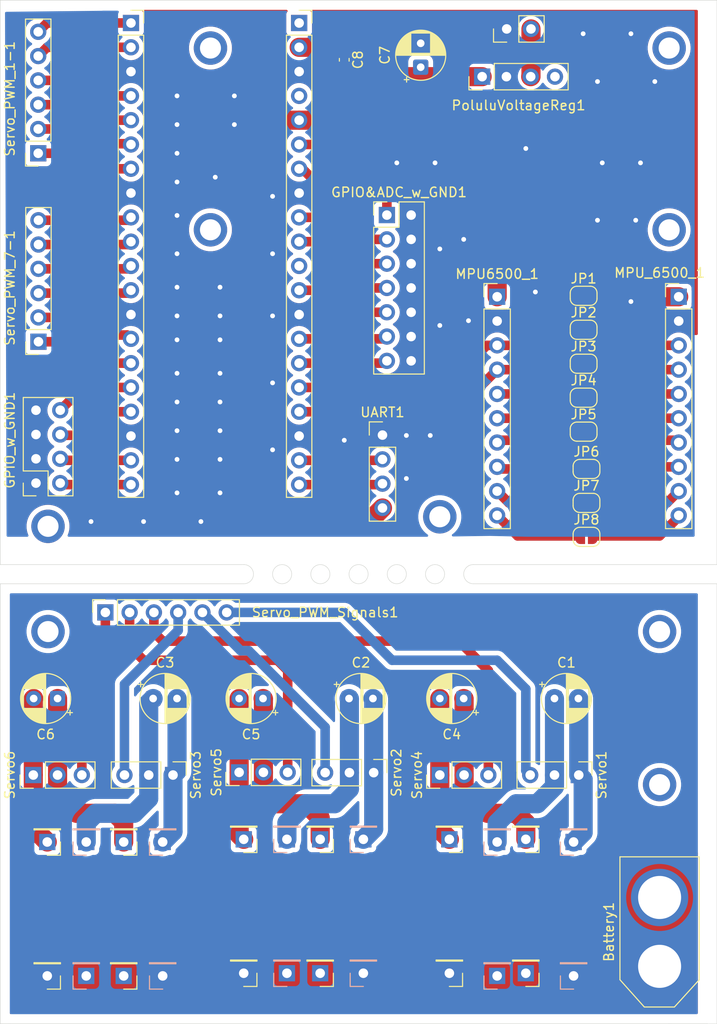
<source format=kicad_pcb>
(kicad_pcb (version 20241229) (generator "pcbnew") (generator_version "9.0")
  (layers (0 "F.Cu" signal) (2 "B.Cu" signal) (13 "F.Paste" user) (15 "B.Paste" user) (5 "F.SilkS" user "F.Silkscreen") (7 "B.SilkS" user "B.Silkscreen") (1 "F.Mask" user) (3 "B.Mask" user) (25 "Edge.Cuts" user))
  (net 0 "")
  (net 1 "IN+")
  (net 2 "GND")
  (net 3 "IN-")
  (net 4 "Net-(J2-Pin_2)")
  (net 8 "Net-(J1-Pin_15)")
  (net 9 "Net-(J1-Pin_4)")
  (net 10 "Net-(J1-Pin_10)")
  (net 11 "Net-(J1-Pin_9)")
  (net 12 "Net-(J1-Pin_14)")
  (net 13 "Net-(J1-Pin_2)")
  (net 14 "Net-(J1-Pin_1)")
  (net 15 "Net-(J1-Pin_12)")
  (net 16 "Net-(J1-Pin_7)")
  (net 17 "Net-(J1-Pin_5)")
  (net 18 "Net-(J1-Pin_6)")
  (net 19 "Net-(J1-Pin_11)")
  (net 20 "Net-(J2-Pin_19)")
  (net 21 "Net-(J2-Pin_20)")
  (net 22 "Net-(JP3-B)")
  (net 23 "Net-(JP4-B)")
  (net 24 "Net-(JP5-A)")
  (net 25 "Net-(JP5-B)")
  (net 26 "Net-(JP6-A)")
  (net 27 "Net-(JP6-B)")
  (net 28 "Net-(JP7-A)")
  (net 29 "Net-(JP7-B)")
  (net 30 "Net-(JP8-A)")
  (net 31 "+3V3")
  (net 32 "Net-(J2-Pin_16)")
  (net 33 "Net-(J2-Pin_17)")
  (net 34 "Net-(JP8-B)")
  (net 35 "Net-(JP1-B)")
  (net 36 "Net-(JP2-B)")
  (net 37 "Net-(JP3-A)")
  (net 38 "Net-(JP4-A)")
  (net 40 "Net-(PoluluVoltageReg1-Pin_3)")
  (net 41 "Net-(Servo1-Pin_1)")
  (net 42 "Net-(Servo1-Pin_2)")
  (net 43 "Net-(Servo1-Pin_3)")
  (net 44 "Net-(Servo2-Pin_3)")
  (net 45 "Net-(Servo3-Pin_3)")
  (net 46 "Net-(Servo4-Pin_3)")
  (net 47 "Net-(Servo5-Pin_3)")
  (net 48 "Net-(Servo6-Pin_3)")
  (net 49 "Net-(Servo2-Pin_2)")
  (net 50 "Net-(Servo3-Pin_2)")
  (net 51 "Net-(Servo4-Pin_2)")
  (net 52 "Net-(Servo5-Pin_2)")
  (net 53 "Net-(Servo6-Pin_2)")
  (net 54 "Net-(GPIO&ADC_w_GND1-Pin_3)")
  (net 55 "Net-(GPIO&ADC_w_GND1-Pin_1)")
  (net 56 "Net-(GPIO&ADC_w_GND1-Pin_5)")
  (net 57 "Net-(GPIO&ADC_w_GND1-Pin_7)")
  (net 58 "Net-(GPIO&ADC_w_GND1-Pin_11)")
  (net 59 "Net-(GPIO&ADC_w_GND1-Pin_9)")
  (net 60 "Net-(GPIO&ADC_w_GND1-Pin_13)")
  (net 61 "Net-(GPIO_w_GND1-Pin_2)")
  (net 62 "Net-(GPIO_w_GND1-Pin_6)")
  (net 63 "Net-(GPIO_w_GND1-Pin_8)")
  (net 64 "Net-(GPIO_w_GND1-Pin_4)")
  (footprint "Connector_PinHeader_2.54mm:PinHeader_1x01_P2.54mm_Vertical" (layer "F.Cu") (at 193.7 111.74 180)
    (property "Reference" "ServoPower5+1" (hide yes))
    (property "Value" "Conn_01x01" (hide yes))
  )
  (footprint "Connector_PinHeader_2.54mm:PinHeader_1x10_P2.54mm_Vertical" (layer "F.Cu") (at 212.22 55.02)
    (property "Reference" "MPU6500_1")
    (property "Value" "Conn_01x10" (hide yes))
  )
  (footprint "Connector_PinSocket_2.54mm:PinSocket_1x20_P2.54mm_Vertical" (layer "F.Cu") (at 191.5 26.4)
    (property "Reference" "J2" (hide yes))
    (property "Value" "~")
  )
  (footprint "Capacitor_THT:CP_Radial_D5.0mm_P2.50mm" (layer "F.Cu") (at 187.72 97.02 180)
    (property "Reference" "C5")
    (property "Value" "220uF")
  )
  (footprint "MountingHole:MountingHole_2.2mm_M2_ISO7380_Pad_TopBottom" (layer "F.Cu") (at 230.22 29.02)
    (property "Reference" "REF**" (hide yes))
    (property "Value" "MountingHole_2.2mm_M2_ISO7380_Pad_TopBottom" (hide yes))
  )
  (footprint "Connector_PinHeader_2.54mm:PinHeader_1x10_P2.54mm_Vertical" (layer "F.Cu") (at 231.22 55.02)
    (property "Reference" "MPU_6500_1")
    (property "Value" "Conn_01x10" (hide yes))
  )
  (footprint "MountingHole:MountingHole_2.2mm_M2_ISO7380_Pad_TopBottom" (layer "F.Cu") (at 182.22 29.02)
    (property "Reference" "REF**" (hide yes))
    (property "Value" "MountingHole_2.2mm_M2_ISO7380_Pad_TopBottom" (hide yes))
  )
  (footprint "Connector_PinHeader_2.54mm:PinHeader_1x01_P2.54mm_Vertical" (layer "F.Cu") (at 193.7 125.74 180)
    (property "Reference" "VReg5+1" (hide yes))
    (property "Value" "Conn_01x01" (hide yes))
  )
  (footprint "Capacitor_THT:CP_Radial_D5.0mm_P2.50mm" (layer "F.Cu") (at 204.22 31.02 90)
    (property "Reference" "C7")
    (property "Value" "220uF")
  )
  (footprint "Connector_PinSocket_2.54mm:PinSocket_2x04_P2.54mm_Vertical" (layer "F.Cu") (at 163.96 74.5 180)
    (property "Reference" "GPIO_w_GND1")
    (property "Value" "Conn_02x04_Odd_Even" (hide yes))
  )
  (footprint "Jumper:SolderJumper-2_P1.3mm_Open_RoundedPad1.0x1.5mm" (layer "F.Cu") (at 221.27 54.92)
    (property "Reference" "JP1")
    (property "Value" "SolderJumper_2_Open" (hide yes))
  )
  (footprint "Jumper:SolderJumper-2_P1.3mm_Open_RoundedPad1.0x1.5mm" (layer "F.Cu") (at 221.27 69.12)
    (property "Reference" "JP5")
    (property "Value" "SolderJumper_2_Open" (hide yes))
  )
  (footprint "Jumper:SolderJumper-2_P1.3mm_Open_RoundedPad1.0x1.5mm" (layer "F.Cu") (at 221.27 58.47)
    (property "Reference" "JP2")
    (property "Value" "SolderJumper_2_Open" (hide yes))
  )
  (footprint "Connector_PinHeader_2.54mm:PinHeader_1x03_P2.54mm_Vertical" (layer "F.Cu") (at 178.3 105.02 -90)
    (property "Reference" "Servo3")
    (property "Value" "Conn_01x03" (hide yes))
  )
  (footprint "MountingHole:MountingHole_2.2mm_M2_ISO7380_Pad_TopBottom" (layer "F.Cu") (at 182.22 48.02)
    (property "Reference" "REF**" (hide yes))
    (property "Value" "MountingHole_2.2mm_M2_ISO7380_Pad_TopBottom" (hide yes))
  )
  (footprint "Connector_PinSocket_2.54mm:PinSocket_1x06_P2.54mm_Vertical" (layer "F.Cu") (at 164.22 59.72 180)
    (property "Reference" "Servo_PWM_7-1")
    (property "Value" "Servo_Signals_7-12" (hide yes))
  )
  (footprint "Connector_PinHeader_2.54mm:PinHeader_1x03_P2.54mm_Vertical" (layer "F.Cu") (at 185.22 104.74 90)
    (property "Reference" "Servo5")
    (property "Value" "Conn_01x03" (hide yes))
  )
  (footprint "Connector_AMASS:AMASS_XT60-M_1x02_P7.20mm_Vertical" (layer "F.Cu") (at 229.22 125.02 90)
    (property "Reference" "Battery1")
    (property "Value" "Conn_01x02" (hide yes))
  )
  (footprint "Capacitor_THT:CP_Radial_D5.0mm_P2.50mm" (layer "F.Cu") (at 208.72 97.02 180)
    (property "Reference" "C4")
    (property "Value" "220uF")
  )
  (footprint "Capacitor_THT:CP_Radial_D5.0mm_P2.50mm" (layer "F.Cu") (at 166.22 97.02 180)
    (property "Reference" "C6")
    (property "Value" "220uF")
  )
  (footprint "Connector_PinSocket_2.54mm:PinSocket_1x06_P2.54mm_Vertical" (layer "F.Cu") (at 171.22 88.02 90)
    (property "Reference" "Servo_PWM_Signals1")
    (property "Value" "Conn_01x06" (hide yes))
  )
  (footprint "Connector_PinHeader_2.54mm:PinHeader_1x03_P2.54mm_Vertical" (layer "F.Cu") (at 163.68 105.02 90)
    (property "Reference" "Servo6")
    (property "Value" "Conn_01x03" (hide yes))
  )
  (footprint "Capacitor_THT:CP_Radial_D5.0mm_P2.50mm" (layer "F.Cu") (at 176.22 97.02)
    (property "Reference" "C3")
    (property "Value" "220uF")
  )
  (footprint "MountingHole:MountingHole_2.2mm_M2_ISO7380_Pad_TopBottom" (layer "F.Cu") (at 229.22 90.02 90)
    (property "Reference" "REF**" (hide yes))
    (property "Value" "MountingHole_2.2mm_M2_ISO7380_Pad_TopBottom" (hide yes))
  )
  (footprint "Connector_PinSocket_2.54mm:PinSocket_1x20_P2.54mm_Vertical" (layer "F.Cu") (at 173.9 26.4)
    (property "Reference" "J1" (hide yes))
    (property "Value" "~")
  )
  (footprint "Connector_PinHeader_2.54mm:PinHeader_1x01_P2.54mm_Vertical" (layer "F.Cu") (at 165.14 112.02 180)
    (property "Reference" "ServoPower6-1" (hide yes))
    (property "Value" "Conn_01x01" (hide yes))
  )
  (footprint "Capacitor_SMD:C_0603_1608Metric" (layer "F.Cu") (at 196.22 30.245 -90)
    (property "Reference" "C8")
    (property "Value" "10uF")
  )
  (footprint "Connector_PinHeader_2.54mm:PinHeader_1x03_P2.54mm_Vertical" (layer "F.Cu") (at 199.3 104.77 -90)
    (property "Reference" "Servo2")
    (property "Value" "Conn_01x03" (hide yes))
  )
  (footprint "Connector_PinHeader_2.54mm:PinHeader_1x04_P2.54mm_Vertical" (layer "F.Cu") (at 210.65 32.01 90)
    (property "Reference" "PoluluVoltageReg1")
    (property "Value" "Voltage Reg" (hide yes))
  )
  (footprint "Jumper:SolderJumper-2_P1.3mm_Open_RoundedPad1.0x1.5mm" (layer "F.Cu") (at 221.27 62.02)
    (property "Reference" "JP3")
    (property "Value" "SolderJumper_2_Open" (hide yes))
  )
  (footprint "Capacitor_THT:CP_Radial_D5.0mm_P2.50mm" (layer "F.Cu") (at 196.72 97.02)
    (property "Reference" "C2")
    (property "Value" "220uF")
  )
  (footprint "Jumper:SolderJumper-2_P1.3mm_Open_RoundedPad1.0x1.5mm" (layer "F.Cu") (at 221.57 80.12)
    (property "Reference" "JP8")
    (property "Value" "SolderJumper_2_Open" (hide yes))
  )
  (footprint "Jumper:SolderJumper-2_P1.3mm_Open_RoundedPad1.0x1.5mm" (layer "F.Cu") (at 221.57 76.57)
    (property "Reference" "JP7")
    (property "Value" "SolderJumper_2_Open" (hide yes))
  )
  (footprint "MountingHole:MountingHole_2.2mm_M2_ISO7380_Pad_TopBottom" (layer "F.Cu") (at 165.22 90.02 90)
    (property "Reference" "REF**" (hide yes))
    (property "Value" "MountingHole_2.2mm_M2_ISO7380_Pad_TopBottom" (hide yes))
  )
  (footprint "Connector_PinSocket_2.54mm:PinSocket_1x06_P2.54mm_Vertical" (layer "F.Cu") (at 164.195 40.02 180)
    (property "Reference" "Servo_PWM_1-1")
    (property "Value" "Conn_01x06" (hide yes))
  )
  (footprint "MountingHole:MountingHole_2.2mm_M2_ISO7380_Pad_TopBottom" (layer "F.Cu") (at 206.22 78.02)
    (property "Reference" "REF**" (hide yes))
    (property "Value" "MountingHole_2.2mm_M2_ISO7380_Pad_TopBottom" (hide yes))
  )
  (footprint "Connector_PinHeader_2.54mm:PinHeader_1x03_P2.54mm_Vertical" (layer "F.Cu") (at 206.22 105.02 90)
    (property "Reference" "Servo4")
    (property "Value" "Conn_01x03" (hide yes))
  )
  (footprint "Jumper:SolderJumper-2_P1.3mm_Open_RoundedPad1.0x1.5mm" (layer "F.Cu") (at 221.57 73.02)
    (property "Reference" "JP6")
    (property "Value" "SolderJumper_2_Open" (hide yes))
  )
  (footprint "MountingHole:MountingHole_2.2mm_M2_ISO7380_Pad_TopBottom" (layer "F.Cu") (at 230.22 48.02)
    (property "Reference" "REF**" (hide yes))
    (property "Value" "MountingHole_2.2mm_M2_ISO7380_Pad_TopBottom" (hide yes))
  )
  (footprint "Connector_PinHeader_2.54mm:PinHeader_2x07_P2.54mm_Vertical" (layer "F.Cu") (at 200.68 46.48)
    (property "Reference" "GPIO&ADC_w_GND1")
    (property "Value" "Conn_02x07_Odd_Even" (hide yes))
  )
  (footprint "Connector_PinHeader_2.54mm:PinHeader_1x03_P2.54mm_Vertical" (layer "F.Cu") (at 220.76 105.02 -90)
    (property "Reference" "Servo1")
    (property "Value" "Conn_01x03" (hide yes))
  )
  (footprint "Connector_PinHeader_2.54mm:PinHeader_1x02_P2.54mm_Vertical" (layer "F.Cu") (at 213.22 27.02 90)
    (property "Reference" "Raspberry_Power1" (hide yes))
    (property "Value" "Conn_01x02" (hide yes))
  )
  (footprint "Connector_PinHeader_2.54mm:PinHeader_1x01_P2.54mm_Vertical" (layer "F.Cu") (at 185.7 111.74 180)
    (property "Reference" "ServoPower5-1" (hide yes))
    (property "Value" "Conn_01x01" (hide yes))
  )
  (footprint "Connector_PinHeader_2.54mm:PinHeader_1x01_P2.54mm_Vertical" (layer "F.Cu") (at 215.22 111.74 180)
    (property "Reference" "ServoPower4+1" (hide yes))
    (property "Value" "Conn_01x01" (hide yes))
  )
  (footprint "Connector_PinHeader_2.54mm:PinHeader_1x01_P2.54mm_Vertical" (layer "F.Cu") (at 185.7 125.74 180)
    (property "Reference" "VReg5-1" (hide yes))
    (property "Value" "Conn_01x01" (hide yes))
  )
  (footprint "Connector_PinHeader_2.54mm:PinHeader_1x01_P2.54mm_Vertical" (layer "F.Cu") (at 165.14 126.02 180)
    (property "Reference" "VReg6-1" (hide yes))
    (property "Value" "Conn_01x01" (hide yes))
  )
  (footprint "Capacitor_THT:CP_Radial_D5.0mm_P2.50mm" (layer "F.Cu") (at 218.22 97.02)
    (property "Reference" "C1")
    (property "Value" "220uF")
  )
  (footprint "Connector_PinHeader_2.54mm:PinHeader_1x01_P2.54mm_Vertical" (layer "F.Cu") (at 173.14 126.02 180)
    (property "Reference" "VReg6+1" (hide yes))
    (property "Value" "Conn_01x01" (hide yes))
  )
  (footprint "Connector_PinHeader_2.54mm:PinHeader_1x01_P2.54mm_Vertical" (layer "F.Cu") (at 207.22 111.74 180)
    (property "Reference" "ServoPower4-1" (hide yes))
    (property "Value" "Conn_01x01" (hide yes))
  )
  (footprint "Connector_PinHeader_2.54mm:PinHeader_1x01_P2.54mm_Vertical" (layer "F.Cu") (at 207.22 125.74 180)
    (property "Reference" "VReg4-1" (hide yes))
    (property "Value" "Conn_01x01" (hide yes))
  )
  (footprint "MountingHole:MountingHole_2.2mm_M2_ISO7380_Pad_TopBottom" (layer "F.Cu") (at 229.22 106.02 90)
    (property "Reference" "REF**" (hide yes))
    (property "Value" "MountingHole_2.2mm_M2_ISO7380_Pad_TopBottom" (hide yes))
  )
  (footprint "Jumper:SolderJumper-2_P1.3mm_Open_RoundedPad1.0x1.5mm" (layer "F.Cu") (at 221.27 65.57)
    (property "Reference" "JP4")
    (property "Value" "SolderJumper_2_Open" (hide yes))
  )
  (footprint "Connector_PinHeader_2.54mm:PinHeader_1x01_P2.54mm_Vertical" (layer "F.Cu") (at 215.22 125.74 180)
    (property "Reference" "VReg4+1" (hide yes))
    (property "Value" "Conn_01x01" (hide yes))
  )
  (footprint "MountingHole:MountingHole_2.2mm_M2_ISO7380_Pad_TopBottom" (layer "F.Cu") (at 165.22 79.02)
    (property "Reference" "REF**" (hide yes))
    (property "Value" "MountingHole_2.2mm_M2_ISO7380_Pad_TopBottom" (hide yes))
  )
  (footprint "Connector_PinHeader_2.54mm:PinHeader_1x04_P2.54mm_Vertical" (layer "F.Cu") (at 200.22 69.48)
    (property "Reference" "UART1")
    (property "Value" "Conn_01x04" (hide yes))
  )
  (footprint "Connector_PinHeader_2.54mm:PinHeader_1x01_P2.54mm_Vertical" (layer "F.Cu") (at 173.14 112.02 180)
    (property "Reference" "ServoPower6+1" (hide yes))
    (property "Value" "Conn_01x01" (hide yes))
  )
  (footprint "Connector_PinHeader_2.54mm:PinHeader_1x01_P2.54mm_Vertical" (layer "B.Cu") (at 190.22 111.74)
    (property "Reference" "ServoPower2+1" (hide yes))
    (property "Value" "Conn_01x01" (hide yes))
  )
  (footprint "Connector_PinHeader_2.54mm:PinHeader_1x01_P2.54mm_Vertical" (layer "B.Cu") (at 190.22 125.74)
    (property "Reference" "VReg2+1" (hide yes))
    (property "Value" "Conn_01x01" (hide yes))
  )
  (footprint "Connector_PinHeader_2.54mm:PinHeader_1x01_P2.54mm_Vertical" (layer "B.Cu") (at 169.22 126.02)
    (property "Reference" "VReg3+1" (hide yes))
    (property "Value" "Conn_01x01" (hide yes))
  )
  (footprint "Connector_PinHeader_2.54mm:PinHeader_1x01_P2.54mm_Vertical" (layer "B.Cu") (at 212.22 112.02)
    (property "Reference" "ServoPower1+1" (hide yes))
    (property "Value" "Conn_01x01" (hide yes))
  )
  (footprint "Connector_PinHeader_2.54mm:PinHeader_1x01_P2.54mm_Vertical" (layer "B.Cu") (at 177.22 126.02)
    (property "Reference" "VReg3-1" (hide yes))
    (property "Value" "Conn_01x01" (hide yes))
  )
  (footprint "Connector_PinHeader_2.54mm:PinHeader_1x01_P2.54mm_Vertical" (layer "B.Cu") (at 212.22 126.02)
    (property "Reference" "VReg1+1" (hide yes))
    (property "Value" "Conn_01x01" (hide yes))
  )
  (footprint "Connector_PinHeader_2.54mm:PinHeader_1x01_P2.54mm_Vertical" (layer "B.Cu") (at 198.22 125.74)
    (property "Reference" "VReg2-1" (hide yes))
    (property "Value" "Conn_01x01" (hide yes))
  )
  (footprint "Connector_PinHeader_2.54mm:PinHeader_1x01_P2.54mm_Vertical" (layer "B.Cu") (at 220.22 112.02)
    (property "Reference" "ServoPower1-1" (hide yes))
    (property "Value" "Conn_01x01" (hide yes))
  )
  (footprint "Connector_PinHeader_2.54mm:PinHeader_1x01_P2.54mm_Vertical" (layer "B.Cu") (at 169.22 112.02)
    (property "Reference" "ServoPower3+1" (hide yes))
    (property "Value" "Conn_01x01" (hide yes))
  )
  (footprint "Connector_PinHeader_2.54mm:PinHeader_1x01_P2.54mm_Vertical" (layer "B.Cu") (at 220.22 126.02)
    (property "Reference" "VReg1-1" (hide yes))
    (property "Value" "Conn_01x01" (hide yes))
  )
  (footprint "Connector_PinHeader_2.54mm:PinHeader_1x01_P2.54mm_Vertical" (layer "B.Cu") (at 198.22 111.74)
    (property "Reference" "ServoPower2-1" (hide yes))
    (property "Value" "Conn_01x01" (hide yes))
  )
  (footprint "Connector_PinHeader_2.54mm:PinHeader_1x01_P2.54mm_Vertical" (layer "B.Cu") (at 177.22 112.02)
    (property "Reference" "ServoPower3-1" (hide yes))
    (property "Value" "Conn_01x01" (hide yes))
  )
  (gr_line (start 235.22 83.02) (end 235.22 43.02) (stroke (width 0.05)) (layer "Edge.Cuts"))
  (gr_line (start 209.72 85.02) (end 234.22 85.02) (stroke (width 0.05)) (layer "Edge.Cuts"))
  (gr_line (start 235.22 83.02) (end 209.72 83.02) (stroke (width 0.05)) (layer "Edge.Cuts"))
  (gr_line (start 234.22 85.02) (end 235.22 85.02) (stroke (width 0.05)) (layer "Edge.Cuts"))
  (gr_circle (center 197.72 84.02) (end 198.72 84.02) (stroke (width 0.05)) (fill no) (layer "Edge.Cuts"))
  (gr_circle (center 189.72 84.02) (end 189.72 83.02) (stroke (width 0.05)) (fill no) (layer "Edge.Cuts"))
  (gr_line (start 235.22 85.02) (end 235.22 131.02) (stroke (width 0.05)) (layer "Edge.Cuts"))
  (gr_line (start 235.22 24.02) (end 160.22 24.02) (stroke (width 0.05)) (layer "Edge.Cuts"))
  (gr_line (start 172.22 85.02) (end 185.72 85.02) (stroke (width 0.05)) (layer "Edge.Cuts"))
  (gr_circle (center 193.72 84.02) (end 193.72 83.02) (stroke (width 0.05)) (fill no) (layer "Edge.Cuts"))
  (gr_line (start 234.22 131.02) (end 230.22 131.02) (stroke (width 0.05)) (layer "Edge.Cuts"))
  (gr_line (start 160.22 94.02) (end 160.22 85.02) (stroke (width 0.05)) (layer "Edge.Cuts"))
  (gr_circle (center 205.72 84.02) (end 206.72 84.02) (stroke (width 0.05)) (fill no) (layer "Edge.Cuts"))
  (gr_line (start 160.22 24.02) (end 160.22 80.02) (stroke (width 0.05)) (layer "Edge.Cuts"))
  (gr_line (start 161.22 131.02) (end 160.22 131.02) (stroke (width 0.05)) (layer "Edge.Cuts"))
  (gr_line (start 160.22 80.02) (end 160.22 83.02) (stroke (width 0.05)) (layer "Edge.Cuts"))
  (gr_line (start 230.22 131.02) (end 161.22 131.02) (stroke (width 0.05)) (layer "Edge.Cuts"))
  (gr_arc (start 209.72 85.02) (mid 208.72 84.02) (end 209.72 83.02) (stroke (width 0.05)) (layer "Edge.Cuts"))
  (gr_line (start 160.22 83.02) (end 185.72 83.02) (stroke (width 0.05)) (layer "Edge.Cuts"))
  (gr_line (start 235.22 131.02) (end 234.22 131.02) (stroke (width 0.05)) (layer "Edge.Cuts"))
  (gr_line (start 235.22 43.02) (end 235.22 24.02) (stroke (width 0.05)) (layer "Edge.Cuts"))
  (gr_circle (center 201.72 84.02) (end 202.72 84.02) (stroke (width 0.05)) (fill no) (layer "Edge.Cuts"))
  (gr_line (start 160.22 85.02) (end 172.22 85.02) (stroke (width 0.05)) (layer "Edge.Cuts"))
  (gr_arc (start 185.72 83.02) (mid 186.72 84.02) (end 185.72 85.02) (stroke (width 0.05)) (layer "Edge.Cuts"))
  (gr_line (start 160.22 131.02) (end 160.22 94.02) (stroke (width 0.05)) (layer "Edge.Cuts"))
  (segment (start 213.22 27.02) (end 213.22 31.98) (width 2) (layer "F.Cu") (net 2))
  (segment (start 213.22 31.98) (end 213.19 32.01) (width 2) (layer "F.Cu") (net 2))
  (via (at 202.72 69.52) (size 1) (drill 0.5) (layers "F.Cu" "B.Cu") (net 2))
  (via (at 169.72 78.52) (size 1) (drill 0.5) (layers "F.Cu" "B.Cu") (net 2))
  (via (at 227.22 41.02) (size 1) (drill 0.5) (layers "F.Cu" "B.Cu") (net 2))
  (via (at 208.72 49.02) (size 1) (drill 0.5) (layers "F.Cu" "B.Cu") (net 2))
  (via (at 183.22 57.02) (size 1) (drill 0.5) (layers "F.Cu" "B.Cu") (net 2))
  (via (at 188.72 64.02) (size 1) (drill 0.5) (layers "F.Cu" "B.Cu") (net 2))
  (via (at 178.72 34.02) (size 1) (drill 0.5) (layers "F.Cu" "B.Cu") (net 2))
  (via (at 223.22 41.02) (size 1) (drill 0.5) (layers "F.Cu" "B.Cu") (net 2))
  (via (at 178.72 59.52) (size 1) (drill 0.5) (layers "F.Cu" "B.Cu") (net 2))
  (via (at 183.22 72.02) (size 1) (drill 0.5) (layers "F.Cu" "B.Cu") (net 2))
  (via (at 188.72 71.02) (size 1) (drill 0.5) (layers "F.Cu" "B.Cu") (net 2))
  (via (at 178.72 63.02) (size 1) (drill 0.5) (layers "F.Cu" "B.Cu") (net 2))
  (via (at 188.72 50.52) (size 1) (drill 0.5) (layers "F.Cu" "B.Cu") (net 2))
  (via (at 226.22 55.52) (size 1) (drill 0.5) (layers "F.Cu" "B.Cu") (net 2))
  (via (at 206.22 50.02) (size 1) (drill 0.5) (layers "F.Cu" "B.Cu") (net 2))
  (via (at 184.72 34.02) (size 1) (drill 0.5) (layers "F.Cu" "B.Cu") (net 2))
  (via (at 181.22 78.52) (size 1) (drill 0.5) (layers "F.Cu" "B.Cu") (net 2))
  (via (at 202.72 74.02) (size 1) (drill 0.5) (layers "F.Cu" "B.Cu") (net 2))
  (via (at 201.72 41.02) (size 1) (drill 0.5) (layers "F.Cu" "B.Cu") (net 2))
  (via (at 178.72 69.02) (size 1) (drill 0.5) (layers "F.Cu" "B.Cu") (net 2))
  (via (at 221.22 27.52) (size 1) (drill 0.5) (layers "F.Cu" "B.Cu") (net 2))
  (via (at 178.72 40.02) (size 1) (drill 0.5) (layers "F.Cu" "B.Cu") (net 2))
  (via (at 196.22 70.02) (size 1) (drill 0.5) (layers "F.Cu" "B.Cu") (net 2))
  (via (at 184.72 37.02) (size 1) (drill 0.5) (layers "F.Cu" "B.Cu") (net 2))
  (via (at 183.22 54.02) (size 1) (drill 0.5) (layers "F.Cu" "B.Cu") (net 2))
  (via (at 178.72 57.02) (size 1) (drill 0.5) (layers "F.Cu" "B.Cu") (net 2))
  (via (at 216.22 54.52) (size 1) (drill 0.5) (layers "F.Cu" "B.Cu") (net 2))
  (via (at 205.22 69.52) (size 1) (drill 0.5) (layers "F.Cu" "B.Cu") (net 2))
  (via (at 209.22 57.52) (size 1) (drill 0.5) (layers "F.Cu" "B.Cu") (net 2))
  (via (at 228.72 32.52) (size 1) (drill 0.5) (layers "F.Cu" "B.Cu") (net 2))
  (via (at 188.72 57.02) (size 1) (drill 0.5) (layers "F.Cu" "B.Cu") (net 2))
  (via (at 206.22 58.02) (size 1) (drill 0.5) (layers "F.Cu" "B.Cu") (net 2))
  (via (at 183.22 66.02) (size 1) (drill 0.5) (layers "F.Cu" "B.Cu") (net 2))
  (via (at 178.72 66.02) (size 1) (drill 0.5) (layers "F.Cu" "B.Cu") (net 2))
  (via (at 182.72 42.52) (size 1) (drill 0.5) (layers "F.Cu" "B.Cu") (net 2))
  (via (at 183.22 69.02) (size 1) (drill 0.5) (layers "F.Cu" "B.Cu") (net 2))
  (via (at 222.72 47.02) (size 1) (drill 0.5) (layers "F.Cu" "B.Cu") (net 2))
  (via (at 178.72 46.52) (size 1) (drill 0.5) (layers "F.Cu" "B.Cu") (net 2))
  (via (at 188.72 44.52) (size 1) (drill 0.5) (layers "F.Cu" "B.Cu") (net 2))
  (via (at 205.72 41.02) (size 1) (drill 0.5) (layers "F.Cu" "B.Cu") (net 2))
  (via (at 226.72 47.02) (size 1) (drill 0.5) (layers "F.Cu" "B.Cu") (net 2))
  (via (at 178.72 50.52) (size 1) (drill 0.5) (layers "F.Cu" "B.Cu") (net 2))
  (via (at 183.22 63.02) (size 1) (drill 0.5) (layers "F.Cu" "B.Cu") (net 2))
  (via (at 183.22 75.52) (size 1) (drill 0.5) (layers "F.Cu" "B.Cu") (net 2))
  (via (at 178.72 37.02) (size 1) (drill 0.5) (layers "F.Cu" "B.Cu") (net 2))
  (via (at 178.72 72.02) (size 1) (drill 0.5) (layers "F.Cu" "B.Cu") (net 2))
  (via (at 226.22 27.52) (size 1) (drill 0.5) (layers "F.Cu" "B.Cu") (net 2))
  (via (at 222.72 32.52) (size 1) (drill 0.5) (layers "F.Cu" "B.Cu") (net 2))
  (via (at 178.72 43.02) (size 1) (drill 0.5) (layers "F.Cu" "B.Cu") (net 2))
  (via (at 178.72 75.52) (size 1) (drill 0.5) (layers "F.Cu" "B.Cu") (net 2))
  (via (at 183.22 59.52) (size 1) (drill 0.5) (layers "F.Cu" "B.Cu") (net 2))
  (via (at 215.22 39.52) (size 1) (drill 0.5) (layers "F.Cu" "B.Cu") (net 2))
  (via (at 175.22 78.52) (size 1) (drill 0.5) (layers "F.Cu" "B.Cu") (net 2))
  (via (at 178.72 54.02) (size 1) (drill 0.5) (layers "F.Cu" "B.Cu") (net 2))
  (segment (start 197.14 28.94) (end 200.21 32.01) (width 2) (layer "F.Cu") (net 4))
  (segment (start 200.21 32.01) (end 210.65 32.01) (width 2) (layer "F.Cu") (net 4))
  (segment (start 191.5 28.94) (end 197.14 28.94) (width 2) (layer "F.Cu") (net 4))
  (segment (start 164.22 59.72) (end 168.92 59.72) (width 1) (layer "F.Cu") (net 8))
  (segment (start 168.92 59.72) (end 171.16 61.96) (width 1) (layer "F.Cu") (net 8))
  (segment (start 171.16 61.96) (end 173.9 61.96) (width 1) (layer "F.Cu") (net 8))
  (segment (start 164.195 32.4) (end 168.6 32.4) (width 1) (layer "F.Cu") (net 9))
  (segment (start 168.6 32.4) (end 170.22 34.02) (width 1) (layer "F.Cu") (net 9))
  (segment (start 170.22 34.02) (end 173.9 34.02) (width 1) (layer "F.Cu") (net 9))
  (segment (start 164.22 49.56) (end 173.6 49.56) (width 1) (layer "F.Cu") (net 10))
  (segment (start 173.6 49.56) (end 173.9 49.26) (width 1) (layer "F.Cu") (net 10))
  (segment (start 164.22 47.02) (end 173.6 47.02) (width 1) (layer "F.Cu") (net 11))
  (segment (start 173.6 47.02) (end 173.9 46.72) (width 1) (layer "F.Cu") (net 11))
  (segment (start 171.22 59.02) (end 173.5 59.02) (width 1) (layer "F.Cu") (net 12))
  (segment (start 169.38 57.18) (end 171.22 59.02) (width 1) (layer "F.Cu") (net 12))
  (segment (start 164.22 57.18) (end 169.38 57.18) (width 1) (layer "F.Cu") (net 12))
  (segment (start 173.5 59.02) (end 173.9 59.42) (width 1) (layer "F.Cu") (net 12))
  (segment (start 164.195 29.86) (end 165.115 28.94) (width 1) (layer "F.Cu") (net 13))
  (segment (start 165.115 28.94) (end 173.9 28.94) (width 1) (layer "F.Cu") (net 13))
  (segment (start 164.195 27.32) (end 165.115 26.4) (width 1) (layer "F.Cu") (net 14))
  (segment (start 165.115 26.4) (end 173.9 26.4) (width 1) (layer "F.Cu") (net 14))
  (segment (start 164.22 54.64) (end 173.6 54.64) (width 1) (layer "F.Cu") (net 15))
  (segment (start 173.6 54.64) (end 173.9 54.34) (width 1) (layer "F.Cu") (net 15))
  (segment (start 168.84 41.64) (end 173.9 41.64) (width 1) (layer "F.Cu") (net 16))
  (segment (start 164.195 40.02) (end 167.22 40.02) (width 1) (layer "F.Cu") (net 16))
  (segment (start 167.22 40.02) (end 168.84 41.64) (width 1) (layer "F.Cu") (net 16))
  (segment (start 169.76 36.56) (end 173.9 36.56) (width 1) (layer "F.Cu") (net 17))
  (segment (start 164.195 34.94) (end 168.14 34.94) (width 1) (layer "F.Cu") (net 17))
  (segment (start 168.14 34.94) (end 169.76 36.56) (width 1) (layer "F.Cu") (net 17))
  (segment (start 164.195 37.48) (end 167.68 37.48) (width 1) (layer "F.Cu") (net 18))
  (segment (start 167.68 37.48) (end 169.22 39.02) (width 1) (layer "F.Cu") (net 18))
  (segment (start 173.82 39.02) (end 173.9 39.1) (width 1) (layer "F.Cu") (net 18))
  (segment (start 169.22 39.02) (end 173.82 39.02) (width 1) (layer "F.Cu") (net 18))
  (segment (start 164.22 52.1) (end 173.6 52.1) (width 1) (layer "F.Cu") (net 19))
  (segment (start 173.6 52.1) (end 173.9 51.8) (width 1) (layer "F.Cu") (net 19))
  (segment (start 191.5 72.12) (end 200.12 72.12) (width 1) (layer "F.Cu") (net 20))
  (segment (start 200.12 72.12) (end 200.22 72.02) (width 1) (layer "F.Cu") (net 20))
  (segment (start 200.12 74.66) (end 200.22 74.56) (width 1) (layer "F.Cu") (net 21))
  (segment (start 191.5 74.66) (end 200.12 74.66) (width 1) (layer "F.Cu") (net 21))
  (segment (start 221.92 62.02) (end 225.08 65.18) (width 1) (layer "F.Cu") (net 22))
  (segment (start 225.08 65.18) (end 231.22 65.18) (width 1) (layer "F.Cu") (net 22))
  (segment (start 224.07 67.72) (end 231.22 67.72) (width 1) (layer "F.Cu") (net 23))
  (segment (start 221.92 65.57) (end 224.07 67.72) (width 1) (layer "F.Cu") (net 23))
  (segment (start 220.62 69.12) (end 219.72 70.02) (width 1) (layer "F.Cu") (net 24))
  (segment (start 219.72 70.02) (end 212.46 70.02) (width 1) (layer "F.Cu") (net 24))
  (segment (start 212.46 70.02) (end 212.22 70.26) (width 1) (layer "F.Cu") (net 24))
  (segment (start 230.98 70.02) (end 231.22 70.26) (width 1) (layer "F.Cu") (net 25))
  (segment (start 221.92 69.12) (end 222.82 70.02) (width 1) (layer "F.Cu") (net 25))
  (segment (start 222.82 70.02) (end 230.98 70.02) (width 1) (layer "F.Cu") (net 25))
  (segment (start 212.44 73.02) (end 212.22 72.8) (width 1) (layer "F.Cu") (net 26))
  (segment (start 220.92 73.02) (end 212.44 73.02) (width 1) (layer "F.Cu") (net 26))
  (segment (start 222.44 72.8) (end 222.22 73.02) (width 1) (layer "F.Cu") (net 27))
  (segment (start 231.22 72.8) (end 222.44 72.8) (width 1) (layer "F.Cu") (net 27))
  (segment (start 220.92 76.57) (end 213.45 76.57) (width 1) (layer "F.Cu") (net 28))
  (segment (start 213.45 76.57) (end 212.22 75.34) (width 1) (layer "F.Cu") (net 28))
  (segment (start 229.99 76.57) (end 231.22 75.34) (width 1) (layer "F.Cu") (net 29))
  (segment (start 222.22 76.57) (end 229.99 76.57) (width 1) (layer "F.Cu") (net 29))
  (segment (start 214.36 80.02) (end 220.82 80.02) (width 1) (layer "F.Cu") (net 30))
  (segment (start 220.82 80.02) (end 220.92 80.12) (width 1) (layer "F.Cu") (net 30))
  (segment (start 212.22 77.88) (end 214.36 80.02) (width 1) (layer "F.Cu") (net 30))
  (segment (start 219.22 50.02) (end 224.22 50.02) (width 2) (layer "F.Cu") (net 31))
  (segment (start 212.22 43.02) (end 219.22 50.02) (width 2) (layer "F.Cu") (net 31))
  (segment (start 212.22 43.02) (end 212.22 55.02) (width 2) (layer "F.Cu") (net 31))
  (segment (start 191.5 36.56) (end 205.76 36.56) (width 2) (layer "F.Cu") (net 31))
  (segment (start 229.22 55.02) (end 231.22 55.02) (width 2) (layer "F.Cu") (net 31))
  (segment (start 188.22 79.02) (end 198.3 79.02) (width 2) (layer "F.Cu") (net 31))
  (segment (start 186.22 77.02) (end 188.22 79.02) (width 2) (layer "F.Cu") (net 31))
  (segment (start 186.22 40.02) (end 186.22 77.02) (width 2) (layer "F.Cu") (net 31))
  (segment (start 205.76 36.56) (end 212.22 43.02) (width 2) (layer "F.Cu") (net 31))
  (segment (start 189.68 36.56) (end 186.22 40.02) (width 2) (layer "F.Cu") (net 31))
  (segment (start 224.22 50.02) (end 229.22 55.02) (width 2) (layer "F.Cu") (net 31))
  (segment (start 191.5 36.56) (end 189.68 36.56) (width 2) (layer "F.Cu") (net 31))
  (segment (start 198.3 79.02) (end 200.22 77.1) (width 2) (layer "F.Cu") (net 31))
  (segment (start 211.14 60.1) (end 212.22 60.1) (width 1) (layer "F.Cu") (net 32))
  (segment (start 220.62 54.92) (end 215.44 60.1) (width 1) (layer "F.Cu") (net 32))
  (segment (start 191.5 64.5) (end 206.74 64.5) (width 1) (layer "F.Cu") (net 32))
  (segment (start 215.44 60.1) (end 212.22 60.1) (width 1) (layer "F.Cu") (net 32))
  (segment (start 206.74 64.5) (end 211.14 60.1) (width 1) (layer "F.Cu") (net 32))
  (segment (start 207.84 67.02) (end 198.22 67.02) (width 1) (layer "F.Cu") (net 33))
  (segment (start 198.2 67.04) (end 191.5 67.04) (width 1) (layer "F.Cu") (net 33))
  (segment (start 212.22 62.64) (end 216.45 62.64) (width 1) (layer "F.Cu") (net 33))
  (segment (start 216.45 62.64) (end 220.62 58.47) (width 1) (layer "F.Cu") (net 33))
  (segment (start 212.22 62.64) (end 207.84 67.02) (width 1) (layer "F.Cu") (net 33))
  (segment (start 198.22 67.02) (end 198.2 67.04) (width 1) (layer "F.Cu") (net 33))
  (segment (start 229.22 80.02) (end 231.22 78.02) (width 1) (layer "F.Cu") (net 34))
  (segment (start 231.22 78.02) (end 231.22 77.88) (width 1) (layer "F.Cu") (net 34))
  (segment (start 222.22 80.12) (end 222.32 80.02) (width 1) (layer "F.Cu") (net 34))
  (segment (start 222.32 80.02) (end 229.22 80.02) (width 1) (layer "F.Cu") (net 34))
  (segment (start 227.1 60.1) (end 221.92 54.92) (width 1) (layer "F.Cu") (net 35))
  (segment (start 231.22 60.1) (end 227.1 60.1) (width 1) (layer "F.Cu") (net 35))
  (segment (start 221.92 58.47) (end 226.09 62.64) (width 1) (layer "F.Cu") (net 36))
  (segment (start 226.09 62.64) (end 231.22 62.64) (width 1) (layer "F.Cu") (net 36))
  (segment (start 220.62 62.02) (end 217.62 65.02) (width 1) (layer "F.Cu") (net 37))
  (segment (start 214.06 65.18) (end 212.22 65.18) (width 1) (layer "F.Cu") (net 37))
  (segment (start 217.62 65.02) (end 214.22 65.02) (width 1) (layer "F.Cu") (net 37))
  (segment (start 214.22 65.02) (end 214.06 65.18) (width 1) (layer "F.Cu") (net 37))
  (segment (start 212.22 67.72) (end 218.47 67.72) (width 1) (layer "F.Cu") (net 38))
  (segment (start 218.47 67.72) (end 220.62 65.57) (width 1) (layer "F.Cu") (net 38))
  (segment (start 215.76 27.02) (end 215.76 31.98) (width 2) (layer "F.Cu") (net 40))
  (segment (start 215.76 31.98) (end 215.73 32.01) (width 2) (layer "F.Cu") (net 40))
  (segment (start 163.68 97.06) (end 163.72 97.02) (width 2) (layer "F.Cu") (net 41))
  (segment (start 185.22 104.74) (end 185.22 111.26) (width 2) (layer "F.Cu") (net 41))
  (segment (start 163.68 110.56) (end 163.68 105.02) (width 2) (layer "F.Cu") (net 41))
  (segment (start 185.22 104.74) (end 185.22 97.02) (width 2) (layer "F.Cu") (net 41))
  (segment (start 165.14 112.02) (end 163.68 110.56) (width 2) (layer "F.Cu") (net 41))
  (segment (start 206.22 110.74) (end 206.22 105.02) (width 2) (layer "F.Cu") (net 41))
  (segment (start 207.22 111.74) (end 206.22 110.74) (width 2) (layer "F.Cu") (net 41))
  (segment (start 163.68 105.02) (end 163.68 97.06) (width 2) (layer "F.Cu") (net 41))
  (segment (start 185.22 111.26) (end 185.7 111.74) (width 2) (layer "F.Cu") (net 41))
  (segment (start 206.22 105.02) (end 206.22 97.02) (width 2) (layer "F.Cu") (net 41))
  (segment (start 178.3 105.02) (end 178.72 104.6) (width 2) (layer "B.Cu") (net 41))
  (segment (start 178.72 104.6) (end 178.72 97.02) (width 2) (layer "B.Cu") (net 41))
  (segment (start 220.76 105.02) (end 220.76 97.06) (width 2) (layer "B.Cu") (net 41))
  (segment (start 178.3 110.94) (end 178.3 105.02) (width 2) (layer "B.Cu") (net 41))
  (segment (start 220.76 97.06) (end 220.72 97.02) (width 2) (layer "B.Cu") (net 41))
  (segment (start 220.22 112.02) (end 221.22 111.02) (width 2) (layer "B.Cu") (net 41))
  (segment (start 221.22 111.02) (end 221.22 105.48) (width 2) (layer "B.Cu") (net 41))
  (segment (start 199.3 97.1) (end 199.22 97.02) (width 2) (layer "B.Cu") (net 41))
  (segment (start 221.22 105.48) (end 220.76 105.02) (width 2) (layer "B.Cu") (net 41))
  (segment (start 199.3 110.66) (end 199.3 104.77) (width 2) (layer "B.Cu") (net 41))
  (segment (start 199.3 104.77) (end 199.3 97.1) (width 2) (layer "B.Cu") (net 41))
  (segment (start 177.22 112.02) (end 178.3 110.94) (width 2) (layer "B.Cu") (net 41))
  (segment (start 198.22 111.74) (end 199.3 110.66) (width 2) (layer "B.Cu") (net 41))
  (segment (start 212.22 112.02) (end 212.22 110.02) (width 2) (layer "B.Cu") (net 42))
  (segment (start 218.22 106.222081) (end 218.22 105.02) (width 2) (layer "B.Cu") (net 42))
  (segment (start 214.22 108.02) (end 216.422081 108.02) (width 2) (layer "B.Cu") (net 42))
  (segment (start 212.22 110.02) (end 214.22 108.02) (width 2) (layer "B.Cu") (net 42))
  (segment (start 218.22 105.02) (end 218.22 97.02) (width 2) (layer "B.Cu") (net 42))
  (segment (start 216.422081 108.02) (end 218.22 106.222081) (width 2) (layer "B.Cu") (net 42))
  (segment (start 201.22 93.02) (end 212.22 93.02) (width 1) (layer "B.Cu") (net 43))
  (segment (start 212.22 93.02) (end 215.22 96.02) (width 1) (layer "B.Cu") (net 43))
  (segment (start 215.22 96.02) (end 215.22 104.56) (width 1) (layer "B.Cu") (net 43))
  (segment (start 196.22 88.02) (end 201.22 93.02) (width 1) (layer "B.Cu") (net 43))
  (segment (start 183.92 88.02) (end 196.22 88.02) (width 1) (layer "B.Cu") (net 43))
  (segment (start 215.22 104.56) (end 215.68 105.02) (width 1) (layer "B.Cu") (net 43))
  (segment (start 185.38 92.02) (end 186.22 92.02) (width 1) (layer "B.Cu") (net 44))
  (segment (start 181.38 88.02) (end 185.38 92.02) (width 1) (layer "B.Cu") (net 44))
  (segment (start 186.22 92.02) (end 194.22 100.02) (width 1) (layer "B.Cu") (net 44))
  (segment (start 194.22 100.02) (end 194.22 104.77) (width 1) (layer "B.Cu") (net 44))
  (segment (start 178.84 89.9) (end 173.22 95.52) (width 1) (layer "B.Cu") (net 45))
  (segment (start 173.22 95.52) (end 173.22 105.02) (width 1) (layer "B.Cu") (net 45))
  (segment (start 178.84 88.02) (end 178.84 89.9) (width 1) (layer "B.Cu") (net 45))
  (segment (start 176.3 88.02) (end 176.3 89.94) (width 1) (layer "F.Cu") (net 46))
  (segment (start 211.3 94.1) (end 211.3 105.02) (width 1) (layer "F.Cu") (net 46))
  (segment (start 208.22 91.02) (end 211.3 94.1) (width 1) (layer "F.Cu") (net 46))
  (segment (start 176.3 89.94) (end 176.22 90.02) (width 1) (layer "F.Cu") (net 46))
  (segment (start 176.22 90.02) (end 177.22 91.02) (width 1) (layer "F.Cu") (net 46))
  (segment (start 177.22 91.02) (end 208.22 91.02) (width 1) (layer "F.Cu") (net 46))
  (segment (start 189.22 93.02) (end 190.3 94.1) (width 1) (layer "F.Cu") (net 47))
  (segment (start 175.22 93.02) (end 189.22 93.02) (width 1) (layer "F.Cu") (net 47))
  (segment (start 173.76 91.56) (end 175.22 93.02) (width 1) (layer "F.Cu") (net 47))
  (segment (start 173.76 88.02) (end 173.76 91.56) (width 1) (layer "F.Cu") (net 47))
  (segment (start 190.3 94.1) (end 190.3 104.74) (width 1) (layer "F.Cu") (net 47))
  (segment (start 171.22 88.02) (end 171.22 95.02) (width 1) (layer "F.Cu") (net 48))
  (segment (start 168.76 97.48) (end 168.76 105.02) (width 1) (layer "F.Cu") (net 48))
  (segment (start 171.22 95.02) (end 168.76 97.48) (width 1) (layer "F.Cu") (net 48))
  (segment (start 195.22 108.02) (end 196.76 106.48) (width 2) (layer "B.Cu") (net 49))
  (segment (start 196.76 97.06) (end 196.72 97.02) (width 2) (layer "B.Cu") (net 49))
  (segment (start 196.76 106.48) (end 196.76 104.77) (width 2) (layer "B.Cu") (net 49))
  (segment (start 190.22 110.02) (end 192.22 108.02) (width 2) (layer "B.Cu") (net 49))
  (segment (start 190.22 111.74) (end 190.22 110.02) (width 2) (layer "B.Cu") (net 49))
  (segment (start 192.22 108.02) (end 195.22 108.02) (width 2) (layer "B.Cu") (net 49))
  (segment (start 196.76 104.77) (end 196.76 97.06) (width 2) (layer "B.Cu") (net 49))
  (segment (start 170.22 109.02) (end 174.22 109.02) (width 2) (layer "B.Cu") (net 50))
  (segment (start 169.22 110.02) (end 170.22 109.02) (width 2) (layer "B.Cu") (net 50))
  (segment (start 175.76 107.48) (end 175.76 105.02) (width 2) (layer "B.Cu") (net 50))
  (segment (start 174.22 109.02) (end 175.76 107.48) (width 2) (layer "B.Cu") (net 50))
  (segment (start 175.76 97.48) (end 176.22 97.02) (width 2) (layer "B.Cu") (net 50))
  (segment (start 175.76 105.02) (end 175.76 97.48) (width 2) (layer "B.Cu") (net 50))
  (segment (start 169.22 112.02) (end 169.22 110.02) (width 2) (layer "B.Cu") (net 50))
  (segment (start 208.76 106.56) (end 208.76 105.02) (width 2) (layer "F.Cu") (net 51))
  (segment (start 215.22 110.02) (end 214.22 109.02) (width 2) (layer "F.Cu") (net 51))
  (segment (start 215.22 111.74) (end 215.22 110.02) (width 2) (layer "F.Cu") (net 51))
  (segment (start 211.22 109.02) (end 208.76 106.56) (width 2) (layer "F.Cu") (net 51))
  (segment (start 208.76 105.02) (end 208.76 97.06) (width 2) (layer "F.Cu") (net 51))
  (segment (start 208.76 97.06) (end 208.72 97.02) (width 2) (layer "F.Cu") (net 51))
  (segment (start 214.22 109.02) (end 211.22 109.02) (width 2) (layer "F.Cu") (net 51))
  (segment (start 193.7 111.74) (end 193.7 109.5) (width 2) (layer "F.Cu") (net 52))
  (segment (start 193.7 109.5) (end 192.22 108.02) (width 2) (layer "F.Cu") (net 52))
  (segment (start 187.76 104.74) (end 187.76 97.06) (width 2) (layer "F.Cu") (net 52))
  (segment (start 187.76 97.06) (end 187.72 97.02) (width 2) (layer "F.Cu") (net 52))
  (segment (start 187.76 106.56) (end 187.76 104.74) (width 2) (layer "F.Cu") (net 52))
  (segment (start 192.22 108.02) (end 189.22 108.02) (width 2) (layer "F.Cu") (net 52))
  (segment (start 189.22 108.02) (end 187.76 106.56) (width 2) (layer "F.Cu") (net 52))
  (segment (start 166.22 97.02) (end 166.22 105.02) (width 2) (layer "F.Cu") (net 53))
  (segment (start 168.22 109.02) (end 166.22 107.02) (width 2) (layer "F.Cu") (net 53))
  (segment (start 173.14 109.94) (end 172.22 109.02) (width 2) (layer "F.Cu") (net 53))
  (segment (start 172.22 109.02) (end 168.22 109.02) (width 2) (layer "F.Cu") (net 53))
  (segment (start 173.14 112.02) (end 173.14 109.94) (width 2) (layer "F.Cu") (net 53))
  (segment (start 166.22 107.02) (end 166.22 105.02) (width 2) (layer "F.Cu") (net 53))
  (segment (start 199.22 49.02) (end 200.68 49.02) (width 1) (layer "F.Cu") (net 54))
  (segment (start 191.5 41.64) (end 191.84 41.64) (width 1) (layer "F.Cu") (net 54))
  (segment (start 191.84 41.64) (end 199.22 49.02) (width 1) (layer "F.Cu") (net 54))
  (segment (start 195.3 39.1) (end 200.68 44.48) (width 1) (layer "F.Cu") (net 55))
  (segment (start 191.5 39.1) (end 195.3 39.1) (width 1) (layer "F.Cu") (net 55))
  (segment (start 200.68 44.48) (end 200.68 46.48) (width 1) (layer "F.Cu") (net 55))
  (segment (start 191.5 46.72) (end 193.92 46.72) (width 1) (layer "F.Cu") (net 56))
  (segment (start 198.76 51.56) (end 200.68 51.56) (width 1) (layer "F.Cu") (net 56))
  (segment (start 193.92 46.72) (end 198.76 51.56) (width 1) (layer "F.Cu") (net 56))
  (segment (start 191.5 49.26) (end 193.46 49.26) (width 1) (layer "F.Cu") (net 57))
  (segment (start 193.46 49.26) (end 198.3 54.1) (width 1) (layer "F.Cu") (net 57))
  (segment (start 198.3 54.1) (end 200.68 54.1) (width 1) (layer "F.Cu") (net 57))
  (segment (start 191.5 59.42) (end 200.44 59.42) (width 1) (layer "F.Cu") (net 58))
  (segment (start 200.44 59.42) (end 200.68 59.18) (width 1) (layer "F.Cu") (net 58))
  (segment (start 191.5 54.34) (end 194.54 54.34) (width 1) (layer "F.Cu") (net 59))
  (segment (start 194.54 54.34) (end 196.84 56.64) (width 1) (layer "F.Cu") (net 59))
  (segment (start 196.84 56.64) (end 200.68 56.64) (width 1) (layer "F.Cu") (net 59))
  (segment (start 191.5 61.96) (end 200.44 61.96) (width 1) (layer "F.Cu") (net 60))
  (segment (start 200.44 61.96) (end 200.68 61.72) (width 1) (layer "F.Cu") (net 60))
  (segment (start 166.66 74.66) (end 166.5 74.5) (width 1) (layer "F.Cu") (net 61))
  (segment (start 173.9 74.66) (end 166.66 74.66) (width 1) (layer "F.Cu") (net 61))
  (segment (start 168.5 69.5) (end 166.58 69.5) (width 1) (layer "F.Cu") (net 62))
  (segment (start 173.9 67.04) (end 170.96 67.04) (width 1) (layer "F.Cu") (net 62))
  (segment (start 166.58 69.5) (end 166.5 69.42) (width 1) (layer "F.Cu") (net 62))
  (segment (start 170.96 67.04) (end 168.5 69.5) (width 1) (layer "F.Cu") (net 62))
  (segment (start 168.88 64.5) (end 173.9 64.5) (width 1) (layer "F.Cu") (net 63))
  (segment (start 166.5 66.88) (end 168.88 64.5) (width 1) (layer "F.Cu") (net 63))
  (segment (start 166.66 72.12) (end 166.5 71.96) (width 1) (layer "F.Cu") (net 64))
  (segment (start 173.9 72.12) (end 166.66 72.12) (width 1) (layer "F.Cu") (net 64))
  (zone (net 1) (net_name "IN+") (layer "F.Cu") (connect_pads yes (clearance 0.5)) (min_thickness 0.25) (fill yes (thermal_gap 0.5) (thermal_bridge_width 0.5))
    (polygon (pts (xy 233.22 130.02) (xy 161.22 130.02) (xy 161.22 118.02) (xy 222.22 118.02) (xy 225.22 113.02) (xy 233.22 113.02)))
  )
  (zone (net 2) (net_name "GND") (layer "F.Cu") (priority 3) (connect_pads yes (clearance 0.5)) (min_thickness 0.25) (fill yes (thermal_gap 0.5) (thermal_bridge_width 0.5))
    (polygon (pts (xy 171.22 25.02) (xy 171.22 60.02) (xy 161.22 64.02) (xy 161.22 80.02) (xy 202.22 80.02) (xy 208.22 65.02) (xy 208.22 61.02) (xy 210.22 59.02) (xy 233.22 59.02) (xy 233.22 25.02)))
  )
  (zone (net 3) (net_name "IN-") (layer "B.Cu") (priority 1) (connect_pads yes (clearance 0.5)) (min_thickness 0.25) (fill yes (thermal_gap 0.5) (thermal_bridge_width 0.5))
    (polygon (pts (xy 161.22 130.02) (xy 161.22 86.02) (xy 223.72 86.02) (xy 233.22 86.02) (xy 233.22 130.02)))
  )
  (zone (net 2) (net_name "GND") (layer "B.Cu") (priority 2) (connect_pads yes (clearance 0.5)) (min_thickness 0.25) (fill yes (thermal_gap 0.5) (thermal_bridge_width 0.5))
    (polygon (pts (xy 170.886144 25.110909) (xy 170.886144 25.121199) (xy 160.720634 25.230283) (xy 160.886144 80.110909) (xy 196.886144 80.110909) (xy 201.886144 80.110909) (xy 205.386144 80.110909) (xy 211.477053 80.02) (xy 215.386144 80.110909) (xy 232.886144 80.110909) (xy 232.886144 25.110909)))
  )
)
</source>
